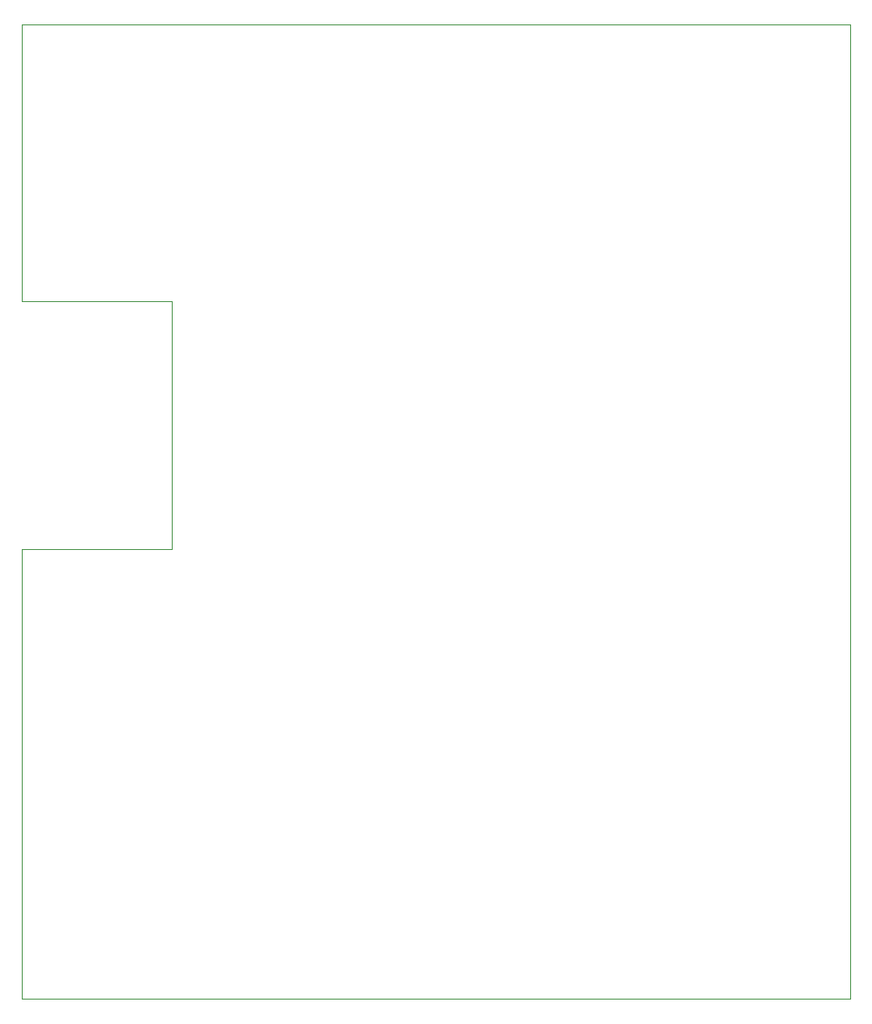
<source format=gbr>
%TF.GenerationSoftware,KiCad,Pcbnew,8.0.5-dirty*%
%TF.CreationDate,2024-10-02T03:35:21-04:00*%
%TF.ProjectId,LVDS_BeagleVFire_Cape,4c564453-5f42-4656-9167-6c6556466972,1*%
%TF.SameCoordinates,Original*%
%TF.FileFunction,Profile,NP*%
%FSLAX46Y46*%
G04 Gerber Fmt 4.6, Leading zero omitted, Abs format (unit mm)*
G04 Created by KiCad (PCBNEW 8.0.5-dirty) date 2024-10-02 03:35:21*
%MOMM*%
%LPD*%
G01*
G04 APERTURE LIST*
%TA.AperFunction,Profile*%
%ADD10C,0.120000*%
%TD*%
G04 APERTURE END LIST*
D10*
X130500000Y-150000000D02*
X50000000Y-150000000D01*
X50000000Y-106355000D01*
X64605000Y-106355000D01*
X64605000Y-82310000D01*
X50000000Y-82310000D01*
X50000000Y-55500000D01*
X130500000Y-55500000D01*
X130500000Y-150000000D01*
M02*

</source>
